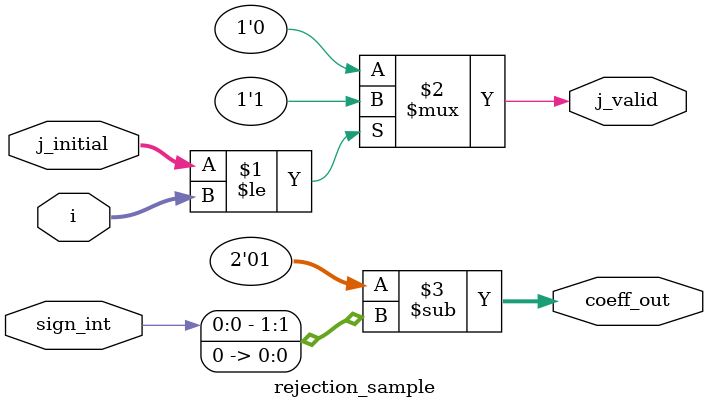
<source format=v>
module rejection_sample(
    input [7:0] i, 
    input [7:0] j_initial,
    input sign_int,
    //output signed [1:0] coeff_out,
    output [1:0] coeff_out,
    output j_valid
    );

    assign j_valid = (j_initial <= i) ? 1'b1 : 1'b0;
    assign coeff_out = 2'b1 - {sign_int, 1'b0};


endmodule
</source>
